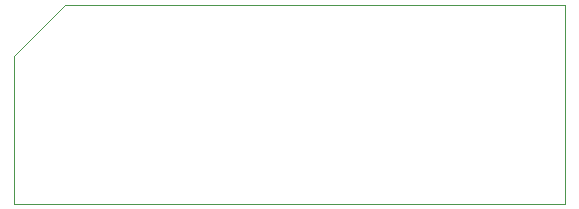
<source format=gbr>
%TF.GenerationSoftware,KiCad,Pcbnew,(5.1.6)-1*%
%TF.CreationDate,2024-02-19T11:36:58-05:00*%
%TF.ProjectId,GB-DMG-Pro-Headphone-PCB,47422d44-4d47-42d5-9072-6f2d48656164,0*%
%TF.SameCoordinates,Original*%
%TF.FileFunction,Profile,NP*%
%FSLAX46Y46*%
G04 Gerber Fmt 4.6, Leading zero omitted, Abs format (unit mm)*
G04 Created by KiCad (PCBNEW (5.1.6)-1) date 2024-02-19 11:36:58*
%MOMM*%
%LPD*%
G01*
G04 APERTURE LIST*
%TA.AperFunction,Profile*%
%ADD10C,0.050000*%
%TD*%
G04 APERTURE END LIST*
D10*
X127000000Y-101790500D02*
X131318000Y-97472500D01*
X127000000Y-114300000D02*
X127000000Y-101790500D01*
X173672500Y-97472500D02*
X131318000Y-97472500D01*
X173672500Y-114300000D02*
X173672500Y-97472500D01*
X127000000Y-114300000D02*
X173672500Y-114300000D01*
M02*

</source>
